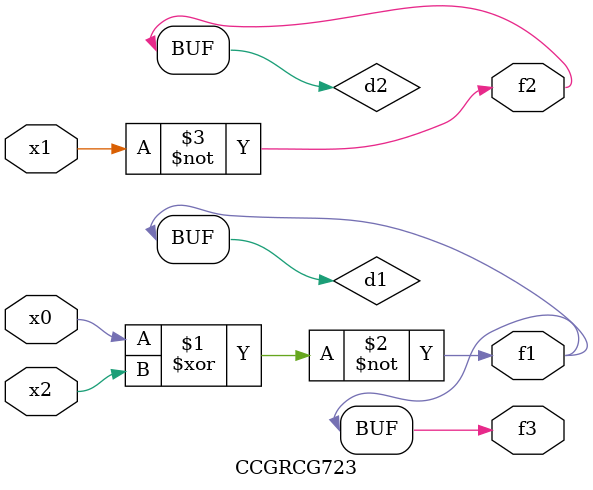
<source format=v>
module CCGRCG723(
	input x0, x1, x2,
	output f1, f2, f3
);

	wire d1, d2, d3;

	xnor (d1, x0, x2);
	nand (d2, x1);
	nor (d3, x1, x2);
	assign f1 = d1;
	assign f2 = d2;
	assign f3 = d1;
endmodule

</source>
